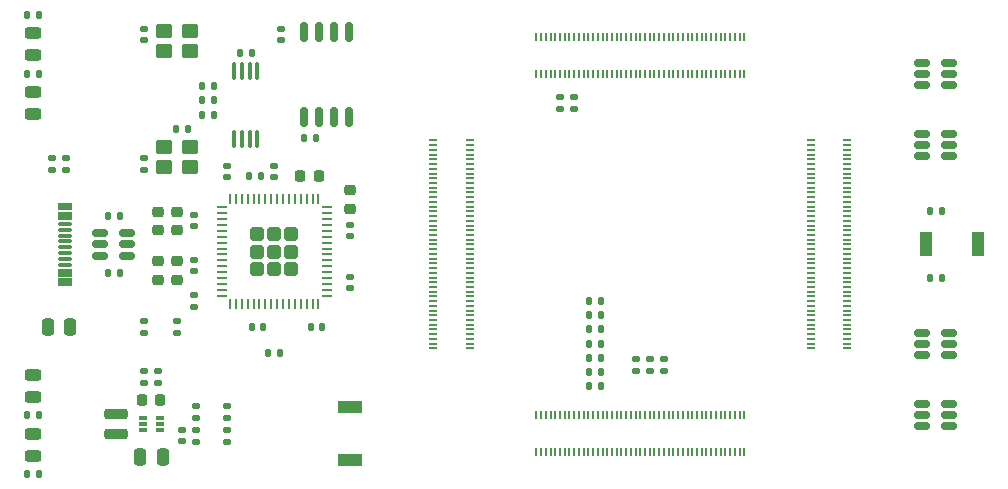
<source format=gtp>
G04 #@! TF.GenerationSoftware,KiCad,Pcbnew,9.0.2*
G04 #@! TF.CreationDate,2025-06-25T17:31:31+02:00*
G04 #@! TF.ProjectId,nuku-carrier-template-basic,6e756b75-2d63-4617-9272-6965722d7465,0*
G04 #@! TF.SameCoordinates,Original*
G04 #@! TF.FileFunction,Paste,Top*
G04 #@! TF.FilePolarity,Positive*
%FSLAX46Y46*%
G04 Gerber Fmt 4.6, Leading zero omitted, Abs format (unit mm)*
G04 Created by KiCad (PCBNEW 9.0.2) date 2025-06-25 17:31:31*
%MOMM*%
%LPD*%
G01*
G04 APERTURE LIST*
G04 Aperture macros list*
%AMRoundRect*
0 Rectangle with rounded corners*
0 $1 Rounding radius*
0 $2 $3 $4 $5 $6 $7 $8 $9 X,Y pos of 4 corners*
0 Add a 4 corners polygon primitive as box body*
4,1,4,$2,$3,$4,$5,$6,$7,$8,$9,$2,$3,0*
0 Add four circle primitives for the rounded corners*
1,1,$1+$1,$2,$3*
1,1,$1+$1,$4,$5*
1,1,$1+$1,$6,$7*
1,1,$1+$1,$8,$9*
0 Add four rect primitives between the rounded corners*
20,1,$1+$1,$2,$3,$4,$5,0*
20,1,$1+$1,$4,$5,$6,$7,0*
20,1,$1+$1,$6,$7,$8,$9,0*
20,1,$1+$1,$8,$9,$2,$3,0*%
G04 Aperture macros list end*
%ADD10RoundRect,0.135000X0.135000X0.185000X-0.135000X0.185000X-0.135000X-0.185000X0.135000X-0.185000X0*%
%ADD11RoundRect,0.135000X0.185000X-0.135000X0.185000X0.135000X-0.185000X0.135000X-0.185000X-0.135000X0*%
%ADD12RoundRect,0.140000X-0.170000X0.140000X-0.170000X-0.140000X0.170000X-0.140000X0.170000X0.140000X0*%
%ADD13RoundRect,0.218750X0.256250X-0.218750X0.256250X0.218750X-0.256250X0.218750X-0.256250X-0.218750X0*%
%ADD14RoundRect,0.140000X0.170000X-0.140000X0.170000X0.140000X-0.170000X0.140000X-0.170000X-0.140000X0*%
%ADD15RoundRect,0.150000X-0.512500X-0.150000X0.512500X-0.150000X0.512500X0.150000X-0.512500X0.150000X0*%
%ADD16R,1.150000X0.300000*%
%ADD17RoundRect,0.049213X-0.525787X0.100787X-0.525787X-0.100787X0.525787X-0.100787X0.525787X0.100787X0*%
%ADD18RoundRect,0.218750X-0.256250X0.218750X-0.256250X-0.218750X0.256250X-0.218750X0.256250X0.218750X0*%
%ADD19RoundRect,0.162500X0.162500X-0.650000X0.162500X0.650000X-0.162500X0.650000X-0.162500X-0.650000X0*%
%ADD20RoundRect,0.100000X0.100000X-0.637500X0.100000X0.637500X-0.100000X0.637500X-0.100000X-0.637500X0*%
%ADD21RoundRect,0.135000X-0.135000X-0.185000X0.135000X-0.185000X0.135000X0.185000X-0.135000X0.185000X0*%
%ADD22RoundRect,0.225000X-0.250000X0.225000X-0.250000X-0.225000X0.250000X-0.225000X0.250000X0.225000X0*%
%ADD23RoundRect,0.243750X-0.456250X0.243750X-0.456250X-0.243750X0.456250X-0.243750X0.456250X0.243750X0*%
%ADD24RoundRect,0.140000X-0.140000X-0.170000X0.140000X-0.170000X0.140000X0.170000X-0.140000X0.170000X0*%
%ADD25RoundRect,0.225000X0.225000X0.250000X-0.225000X0.250000X-0.225000X-0.250000X0.225000X-0.250000X0*%
%ADD26RoundRect,0.050000X0.300000X-0.050000X0.300000X0.050000X-0.300000X0.050000X-0.300000X-0.050000X0*%
%ADD27RoundRect,0.243750X0.456250X-0.243750X0.456250X0.243750X-0.456250X0.243750X-0.456250X-0.243750X0*%
%ADD28RoundRect,0.050000X-0.050000X-0.300000X0.050000X-0.300000X0.050000X0.300000X-0.050000X0.300000X0*%
%ADD29RoundRect,0.050000X-0.300000X0.050000X-0.300000X-0.050000X0.300000X-0.050000X0.300000X0.050000X0*%
%ADD30RoundRect,0.250000X0.250000X0.475000X-0.250000X0.475000X-0.250000X-0.475000X0.250000X-0.475000X0*%
%ADD31RoundRect,0.050000X0.050000X0.300000X-0.050000X0.300000X-0.050000X-0.300000X0.050000X-0.300000X0*%
%ADD32RoundRect,0.135000X-0.185000X0.135000X-0.185000X-0.135000X0.185000X-0.135000X0.185000X0.135000X0*%
%ADD33RoundRect,0.250000X-0.450000X-0.350000X0.450000X-0.350000X0.450000X0.350000X-0.450000X0.350000X0*%
%ADD34RoundRect,0.250000X-0.335000X-0.335000X0.335000X-0.335000X0.335000X0.335000X-0.335000X0.335000X0*%
%ADD35RoundRect,0.062500X-0.337500X-0.062500X0.337500X-0.062500X0.337500X0.062500X-0.337500X0.062500X0*%
%ADD36RoundRect,0.062500X-0.062500X-0.337500X0.062500X-0.337500X0.062500X0.337500X-0.062500X0.337500X0*%
%ADD37R,2.000000X1.050000*%
%ADD38RoundRect,0.225000X0.250000X-0.225000X0.250000X0.225000X-0.250000X0.225000X-0.250000X-0.225000X0*%
%ADD39R,1.050000X2.000000*%
%ADD40RoundRect,0.212500X-0.787500X0.212500X-0.787500X-0.212500X0.787500X-0.212500X0.787500X0.212500X0*%
%ADD41RoundRect,0.250000X-0.250000X-0.475000X0.250000X-0.475000X0.250000X0.475000X-0.250000X0.475000X0*%
%ADD42RoundRect,0.087500X0.250000X0.087500X-0.250000X0.087500X-0.250000X-0.087500X0.250000X-0.087500X0*%
G04 APERTURE END LIST*
D10*
X116990000Y-114200000D03*
X118010000Y-114200000D03*
D11*
X113500000Y-120690000D03*
X113500000Y-121710000D03*
X113500000Y-118690000D03*
X113500000Y-119710000D03*
D12*
X110700000Y-110280000D03*
X110700000Y-109320000D03*
D13*
X107700000Y-106412500D03*
X107700000Y-107987500D03*
D14*
X117500000Y-98320000D03*
X117500000Y-99280000D03*
D15*
X105037500Y-104050000D03*
X105037500Y-105000000D03*
X105037500Y-105950000D03*
X102762500Y-105950000D03*
X102762500Y-105000000D03*
X102762500Y-104050000D03*
D16*
X99825000Y-101950000D03*
X99825000Y-102750000D03*
D17*
X99825000Y-106250000D03*
X99825000Y-104250000D03*
X99825000Y-105750000D03*
X99825000Y-106750000D03*
D16*
X99825000Y-107250000D03*
X99825000Y-108050000D03*
X99825000Y-108350000D03*
X99825000Y-107550000D03*
D17*
X99825000Y-103250000D03*
X99825000Y-105250000D03*
X99825000Y-104750000D03*
X99825000Y-103750000D03*
D16*
X99825000Y-102450000D03*
X99825000Y-101650000D03*
D10*
X103390000Y-107400000D03*
X104410000Y-107400000D03*
X103390000Y-102600000D03*
X104410000Y-102600000D03*
D12*
X118100000Y-87680000D03*
X118100000Y-86720000D03*
D18*
X107700000Y-102212500D03*
X107700000Y-103787500D03*
D15*
X172362500Y-89620000D03*
X172362500Y-90570000D03*
X172362500Y-91520000D03*
X174637500Y-91520000D03*
X174637500Y-90570000D03*
X174637500Y-89620000D03*
D11*
X150500000Y-115710000D03*
X150500000Y-114690000D03*
D19*
X119995000Y-94187500D03*
X121265000Y-94187500D03*
X122535000Y-94187500D03*
X123805000Y-94187500D03*
X123805000Y-87012500D03*
X122535000Y-87012500D03*
X121265000Y-87012500D03*
X119995000Y-87012500D03*
D20*
X114125000Y-96062500D03*
X114775000Y-96062500D03*
X115425000Y-96062500D03*
X116075000Y-96062500D03*
X116075000Y-90337500D03*
X115425000Y-90337500D03*
X114775000Y-90337500D03*
X114125000Y-90337500D03*
D14*
X110700000Y-103480000D03*
X110700000Y-102520000D03*
D10*
X145210000Y-112200000D03*
X144190000Y-112200000D03*
X97610000Y-119400000D03*
X96590000Y-119400000D03*
D21*
X144190000Y-114600000D03*
X145210000Y-114600000D03*
D22*
X109300000Y-106425000D03*
X109300000Y-107975000D03*
D23*
X97100000Y-92062500D03*
X97100000Y-93937500D03*
D24*
X109220000Y-95200000D03*
X110180000Y-95200000D03*
D25*
X121275000Y-99200000D03*
X119725000Y-99200000D03*
D11*
X99900000Y-98710000D03*
X99900000Y-97690000D03*
D26*
X134040000Y-96200000D03*
X134040000Y-96600000D03*
X134040000Y-97000000D03*
X134040000Y-97400000D03*
X134040000Y-97800000D03*
X134040000Y-98200000D03*
X134040000Y-98600000D03*
X134040000Y-99000000D03*
X134040000Y-99400000D03*
X134040000Y-99800000D03*
X134040000Y-100200000D03*
X134040000Y-100600000D03*
X134040000Y-101000000D03*
X134040000Y-101400000D03*
X134040000Y-101800000D03*
X134040000Y-102200000D03*
X134040000Y-102600000D03*
X134040000Y-103000000D03*
X134040000Y-103400000D03*
X134040000Y-103800000D03*
X134040000Y-104200000D03*
X134040000Y-104600000D03*
X134040000Y-105000000D03*
X134040000Y-105400000D03*
X134040000Y-105800000D03*
X134040000Y-106200000D03*
X134040000Y-106600000D03*
X134040000Y-107000000D03*
X134040000Y-107400000D03*
X134040000Y-107800000D03*
X134040000Y-108200000D03*
X134040000Y-108600000D03*
X134040000Y-109000000D03*
X134040000Y-109400000D03*
X134040000Y-109800000D03*
X134040000Y-110200000D03*
X134040000Y-110600000D03*
X134040000Y-111000000D03*
X134040000Y-111400000D03*
X134040000Y-111800000D03*
X134040000Y-112200000D03*
X134040000Y-112600000D03*
X134040000Y-113000000D03*
X134040000Y-113400000D03*
X134040000Y-113800000D03*
X130960000Y-113800000D03*
X130960000Y-113400000D03*
X130960000Y-113000000D03*
X130960000Y-112600000D03*
X130960000Y-112200000D03*
X130960000Y-111800000D03*
X130960000Y-111400000D03*
X130960000Y-111000000D03*
X130960000Y-110600000D03*
X130960000Y-110200000D03*
X130960000Y-109800000D03*
X130960000Y-109400000D03*
X130960000Y-109000000D03*
X130960000Y-108600000D03*
X130960000Y-108200000D03*
X130960000Y-107800000D03*
X130960000Y-107400000D03*
X130960000Y-107000000D03*
X130960000Y-106600000D03*
X130960000Y-106200000D03*
X130960000Y-105800000D03*
X130960000Y-105400000D03*
X130960000Y-105000000D03*
X130960000Y-104600000D03*
X130960000Y-104200000D03*
X130960000Y-103800000D03*
X130960000Y-103400000D03*
X130960000Y-103000000D03*
X130960000Y-102600000D03*
X130960000Y-102200000D03*
X130960000Y-101800000D03*
X130960000Y-101400000D03*
X130960000Y-101000000D03*
X130960000Y-100600000D03*
X130960000Y-100200000D03*
X130960000Y-99800000D03*
X130960000Y-99400000D03*
X130960000Y-99000000D03*
X130960000Y-98600000D03*
X130960000Y-98200000D03*
X130960000Y-97800000D03*
X130960000Y-97400000D03*
X130960000Y-97000000D03*
X130960000Y-96600000D03*
X130960000Y-96200000D03*
D27*
X97100000Y-122937500D03*
X97100000Y-121062500D03*
D12*
X123900000Y-107720000D03*
X123900000Y-108680000D03*
D10*
X174010000Y-102200000D03*
X172990000Y-102200000D03*
X112410000Y-94000000D03*
X111390000Y-94000000D03*
D28*
X157300000Y-90540000D03*
X156900000Y-90540000D03*
X156500000Y-90540000D03*
X156100000Y-90540000D03*
X155700000Y-90540000D03*
X155300000Y-90540000D03*
X154900000Y-90540000D03*
X154500000Y-90540000D03*
X154100000Y-90540000D03*
X153700000Y-90540000D03*
X153300000Y-90540000D03*
X152900000Y-90540000D03*
X152500000Y-90540000D03*
X152100000Y-90540000D03*
X151700000Y-90540000D03*
X151300000Y-90540000D03*
X150900000Y-90540000D03*
X150500000Y-90540000D03*
X150100000Y-90540000D03*
X149700000Y-90540000D03*
X149300000Y-90540000D03*
X148900000Y-90540000D03*
X148500000Y-90540000D03*
X148100000Y-90540000D03*
X147700000Y-90540000D03*
X147300000Y-90540000D03*
X146900000Y-90540000D03*
X146500000Y-90540000D03*
X146100000Y-90540000D03*
X145700000Y-90540000D03*
X145300000Y-90540000D03*
X144900000Y-90540000D03*
X144500000Y-90540000D03*
X144100000Y-90540000D03*
X143700000Y-90540000D03*
X143300000Y-90540000D03*
X142900000Y-90540000D03*
X142500000Y-90540000D03*
X142100000Y-90540000D03*
X141700000Y-90540000D03*
X141300000Y-90540000D03*
X140900000Y-90540000D03*
X140500000Y-90540000D03*
X140100000Y-90540000D03*
X139700000Y-90540000D03*
X139700000Y-87460000D03*
X140100000Y-87460000D03*
X140500000Y-87460000D03*
X140900000Y-87460000D03*
X141300000Y-87460000D03*
X141700000Y-87460000D03*
X142100000Y-87460000D03*
X142500000Y-87460000D03*
X142900000Y-87460000D03*
X143300000Y-87460000D03*
X143700000Y-87460000D03*
X144100000Y-87460000D03*
X144500000Y-87460000D03*
X144900000Y-87460000D03*
X145300000Y-87460000D03*
X145700000Y-87460000D03*
X146100000Y-87460000D03*
X146500000Y-87460000D03*
X146900000Y-87460000D03*
X147300000Y-87460000D03*
X147700000Y-87460000D03*
X148100000Y-87460000D03*
X148500000Y-87460000D03*
X148900000Y-87460000D03*
X149300000Y-87460000D03*
X149700000Y-87460000D03*
X150100000Y-87460000D03*
X150500000Y-87460000D03*
X150900000Y-87460000D03*
X151300000Y-87460000D03*
X151700000Y-87460000D03*
X152100000Y-87460000D03*
X152500000Y-87460000D03*
X152900000Y-87460000D03*
X153300000Y-87460000D03*
X153700000Y-87460000D03*
X154100000Y-87460000D03*
X154500000Y-87460000D03*
X154900000Y-87460000D03*
X155300000Y-87460000D03*
X155700000Y-87460000D03*
X156100000Y-87460000D03*
X156500000Y-87460000D03*
X156900000Y-87460000D03*
X157300000Y-87460000D03*
D10*
X145210000Y-109800000D03*
X144190000Y-109800000D03*
X97610000Y-124400000D03*
X96590000Y-124400000D03*
D29*
X162960000Y-113800000D03*
X162960000Y-113400000D03*
X162960000Y-113000000D03*
X162960000Y-112600000D03*
X162960000Y-112200000D03*
X162960000Y-111800000D03*
X162960000Y-111400000D03*
X162960000Y-111000000D03*
X162960000Y-110600000D03*
X162960000Y-110200000D03*
X162960000Y-109800000D03*
X162960000Y-109400000D03*
X162960000Y-109000000D03*
X162960000Y-108600000D03*
X162960000Y-108200000D03*
X162960000Y-107800000D03*
X162960000Y-107400000D03*
X162960000Y-107000000D03*
X162960000Y-106600000D03*
X162960000Y-106200000D03*
X162960000Y-105800000D03*
X162960000Y-105400000D03*
X162960000Y-105000000D03*
X162960000Y-104600000D03*
X162960000Y-104200000D03*
X162960000Y-103800000D03*
X162960000Y-103400000D03*
X162960000Y-103000000D03*
X162960000Y-102600000D03*
X162960000Y-102200000D03*
X162960000Y-101800000D03*
X162960000Y-101400000D03*
X162960000Y-101000000D03*
X162960000Y-100600000D03*
X162960000Y-100200000D03*
X162960000Y-99800000D03*
X162960000Y-99400000D03*
X162960000Y-99000000D03*
X162960000Y-98600000D03*
X162960000Y-98200000D03*
X162960000Y-97800000D03*
X162960000Y-97400000D03*
X162960000Y-97000000D03*
X162960000Y-96600000D03*
X162960000Y-96200000D03*
X166040000Y-96200000D03*
X166040000Y-96600000D03*
X166040000Y-97000000D03*
X166040000Y-97400000D03*
X166040000Y-97800000D03*
X166040000Y-98200000D03*
X166040000Y-98600000D03*
X166040000Y-99000000D03*
X166040000Y-99400000D03*
X166040000Y-99800000D03*
X166040000Y-100200000D03*
X166040000Y-100600000D03*
X166040000Y-101000000D03*
X166040000Y-101400000D03*
X166040000Y-101800000D03*
X166040000Y-102200000D03*
X166040000Y-102600000D03*
X166040000Y-103000000D03*
X166040000Y-103400000D03*
X166040000Y-103800000D03*
X166040000Y-104200000D03*
X166040000Y-104600000D03*
X166040000Y-105000000D03*
X166040000Y-105400000D03*
X166040000Y-105800000D03*
X166040000Y-106200000D03*
X166040000Y-106600000D03*
X166040000Y-107000000D03*
X166040000Y-107400000D03*
X166040000Y-107800000D03*
X166040000Y-108200000D03*
X166040000Y-108600000D03*
X166040000Y-109000000D03*
X166040000Y-109400000D03*
X166040000Y-109800000D03*
X166040000Y-110200000D03*
X166040000Y-110600000D03*
X166040000Y-111000000D03*
X166040000Y-111400000D03*
X166040000Y-111800000D03*
X166040000Y-112200000D03*
X166040000Y-112600000D03*
X166040000Y-113000000D03*
X166040000Y-113400000D03*
X166040000Y-113800000D03*
D22*
X123900000Y-100425000D03*
X123900000Y-101975000D03*
D30*
X100250000Y-112000000D03*
X98350000Y-112000000D03*
D10*
X121010000Y-96000000D03*
X119990000Y-96000000D03*
X112410000Y-91600000D03*
X111390000Y-91600000D03*
D14*
X123900000Y-104280000D03*
X123900000Y-103320000D03*
D15*
X172362500Y-95620000D03*
X172362500Y-96570000D03*
X172362500Y-97520000D03*
X174637500Y-97520000D03*
X174637500Y-96570000D03*
X174637500Y-95620000D03*
D31*
X139700000Y-119460000D03*
X140100000Y-119460000D03*
X140500000Y-119460000D03*
X140900000Y-119460000D03*
X141300000Y-119460000D03*
X141700000Y-119460000D03*
X142100000Y-119460000D03*
X142500000Y-119460000D03*
X142900000Y-119460000D03*
X143300000Y-119460000D03*
X143700000Y-119460000D03*
X144100000Y-119460000D03*
X144500000Y-119460000D03*
X144900000Y-119460000D03*
X145300000Y-119460000D03*
X145700000Y-119460000D03*
X146100000Y-119460000D03*
X146500000Y-119460000D03*
X146900000Y-119460000D03*
X147300000Y-119460000D03*
X147700000Y-119460000D03*
X148100000Y-119460000D03*
X148500000Y-119460000D03*
X148900000Y-119460000D03*
X149300000Y-119460000D03*
X149700000Y-119460000D03*
X150100000Y-119460000D03*
X150500000Y-119460000D03*
X150900000Y-119460000D03*
X151300000Y-119460000D03*
X151700000Y-119460000D03*
X152100000Y-119460000D03*
X152500000Y-119460000D03*
X152900000Y-119460000D03*
X153300000Y-119460000D03*
X153700000Y-119460000D03*
X154100000Y-119460000D03*
X154500000Y-119460000D03*
X154900000Y-119460000D03*
X155300000Y-119460000D03*
X155700000Y-119460000D03*
X156100000Y-119460000D03*
X156500000Y-119460000D03*
X156900000Y-119460000D03*
X157300000Y-119460000D03*
X157300000Y-122540000D03*
X156900000Y-122540000D03*
X156500000Y-122540000D03*
X156100000Y-122540000D03*
X155700000Y-122540000D03*
X155300000Y-122540000D03*
X154900000Y-122540000D03*
X154500000Y-122540000D03*
X154100000Y-122540000D03*
X153700000Y-122540000D03*
X153300000Y-122540000D03*
X152900000Y-122540000D03*
X152500000Y-122540000D03*
X152100000Y-122540000D03*
X151700000Y-122540000D03*
X151300000Y-122540000D03*
X150900000Y-122540000D03*
X150500000Y-122540000D03*
X150100000Y-122540000D03*
X149700000Y-122540000D03*
X149300000Y-122540000D03*
X148900000Y-122540000D03*
X148500000Y-122540000D03*
X148100000Y-122540000D03*
X147700000Y-122540000D03*
X147300000Y-122540000D03*
X146900000Y-122540000D03*
X146500000Y-122540000D03*
X146100000Y-122540000D03*
X145700000Y-122540000D03*
X145300000Y-122540000D03*
X144900000Y-122540000D03*
X144500000Y-122540000D03*
X144100000Y-122540000D03*
X143700000Y-122540000D03*
X143300000Y-122540000D03*
X142900000Y-122540000D03*
X142500000Y-122540000D03*
X142100000Y-122540000D03*
X141700000Y-122540000D03*
X141300000Y-122540000D03*
X140900000Y-122540000D03*
X140500000Y-122540000D03*
X140100000Y-122540000D03*
X139700000Y-122540000D03*
D24*
X114620000Y-88800000D03*
X115580000Y-88800000D03*
D23*
X97100000Y-87062500D03*
X97100000Y-88937500D03*
D12*
X106500000Y-97720000D03*
X106500000Y-98680000D03*
D32*
X109300000Y-111490000D03*
X109300000Y-112510000D03*
X142900000Y-92490000D03*
X142900000Y-93510000D03*
D15*
X172362500Y-118480000D03*
X172362500Y-119430000D03*
X172362500Y-120380000D03*
X174637500Y-120380000D03*
X174637500Y-119430000D03*
X174637500Y-118480000D03*
D12*
X110700000Y-106320000D03*
X110700000Y-107280000D03*
D11*
X149300000Y-115710000D03*
X149300000Y-114690000D03*
D33*
X108200000Y-88650000D03*
X110400000Y-88650000D03*
X110400000Y-86950000D03*
X108200000Y-86950000D03*
D10*
X97610000Y-90600000D03*
X96590000Y-90600000D03*
D24*
X120620000Y-112000000D03*
X121580000Y-112000000D03*
D12*
X106500000Y-86720000D03*
X106500000Y-87680000D03*
D21*
X144190000Y-117000000D03*
X145210000Y-117000000D03*
D32*
X106500000Y-111490000D03*
X106500000Y-112510000D03*
D34*
X116050000Y-104150000D03*
X116050000Y-105600000D03*
X116050000Y-107050000D03*
X117500000Y-104150000D03*
X117500000Y-105600000D03*
X117500000Y-107050000D03*
X118950000Y-104150000D03*
X118950000Y-105600000D03*
X118950000Y-107050000D03*
D35*
X113050000Y-101850000D03*
X113050000Y-102350000D03*
X113050000Y-102850000D03*
X113050000Y-103350000D03*
X113050000Y-103850000D03*
X113050000Y-104350000D03*
X113050000Y-104850000D03*
X113050000Y-105350000D03*
X113050000Y-105850000D03*
X113050000Y-106350000D03*
X113050000Y-106850000D03*
X113050000Y-107350000D03*
X113050000Y-107850000D03*
X113050000Y-108350000D03*
X113050000Y-108850000D03*
X113050000Y-109350000D03*
D36*
X113750000Y-110050000D03*
X114250000Y-110050000D03*
X114750000Y-110050000D03*
X115250000Y-110050000D03*
X115750000Y-110050000D03*
X116250000Y-110050000D03*
X116750000Y-110050000D03*
X117250000Y-110050000D03*
X117750000Y-110050000D03*
X118250000Y-110050000D03*
X118750000Y-110050000D03*
X119250000Y-110050000D03*
X119750000Y-110050000D03*
X120250000Y-110050000D03*
X120750000Y-110050000D03*
X121250000Y-110050000D03*
D35*
X121950000Y-109350000D03*
X121950000Y-108850000D03*
X121950000Y-108350000D03*
X121950000Y-107850000D03*
X121950000Y-107350000D03*
X121950000Y-106850000D03*
X121950000Y-106350000D03*
X121950000Y-105850000D03*
X121950000Y-105350000D03*
X121950000Y-104850000D03*
X121950000Y-104350000D03*
X121950000Y-103850000D03*
X121950000Y-103350000D03*
X121950000Y-102850000D03*
X121950000Y-102350000D03*
X121950000Y-101850000D03*
D36*
X121250000Y-101150000D03*
X120750000Y-101150000D03*
X120250000Y-101150000D03*
X119750000Y-101150000D03*
X119250000Y-101150000D03*
X118750000Y-101150000D03*
X118250000Y-101150000D03*
X117750000Y-101150000D03*
X117250000Y-101150000D03*
X116750000Y-101150000D03*
X116250000Y-101150000D03*
X115750000Y-101150000D03*
X115250000Y-101150000D03*
X114750000Y-101150000D03*
X114250000Y-101150000D03*
X113750000Y-101150000D03*
D21*
X144190000Y-113400000D03*
X145210000Y-113400000D03*
D15*
X172362500Y-112480000D03*
X172362500Y-113430000D03*
X172362500Y-114380000D03*
X174637500Y-114380000D03*
X174637500Y-113430000D03*
X174637500Y-112480000D03*
D27*
X97100000Y-117937500D03*
X97100000Y-116062500D03*
D10*
X174010000Y-107800000D03*
X172990000Y-107800000D03*
X97610000Y-85600000D03*
X96590000Y-85600000D03*
D11*
X148100000Y-115710000D03*
X148100000Y-114690000D03*
X141700000Y-93510000D03*
X141700000Y-92490000D03*
D12*
X98700000Y-97720000D03*
X98700000Y-98680000D03*
D21*
X115390000Y-99200000D03*
X116410000Y-99200000D03*
D33*
X108200000Y-98450000D03*
X110400000Y-98450000D03*
X110400000Y-96750000D03*
X108200000Y-96750000D03*
D37*
X123900000Y-123225000D03*
X123900000Y-118775000D03*
D38*
X109300000Y-103775000D03*
X109300000Y-102225000D03*
D10*
X145210000Y-115800000D03*
X144190000Y-115800000D03*
D39*
X172675000Y-105000000D03*
X177125000Y-105000000D03*
D24*
X115620000Y-112000000D03*
X116580000Y-112000000D03*
D10*
X112410000Y-92800000D03*
X111390000Y-92800000D03*
D14*
X113500000Y-99280000D03*
X113500000Y-98320000D03*
D21*
X144190000Y-111000000D03*
X145210000Y-111000000D03*
D11*
X110900000Y-121710000D03*
X110900000Y-120690000D03*
X106500000Y-116710000D03*
X106500000Y-115690000D03*
D32*
X107700000Y-115690000D03*
X107700000Y-116710000D03*
D14*
X109700000Y-121680000D03*
X109700000Y-120720000D03*
D40*
X104100000Y-119375000D03*
X104100000Y-121025000D03*
D25*
X107875000Y-118200000D03*
X106325000Y-118200000D03*
D41*
X106150000Y-123000000D03*
X108050000Y-123000000D03*
D42*
X107812500Y-120700000D03*
X107812500Y-120200000D03*
X107812500Y-119700000D03*
X106387500Y-119700000D03*
X106387500Y-120200000D03*
X106387500Y-120700000D03*
D11*
X110900000Y-119710000D03*
X110900000Y-118690000D03*
M02*

</source>
